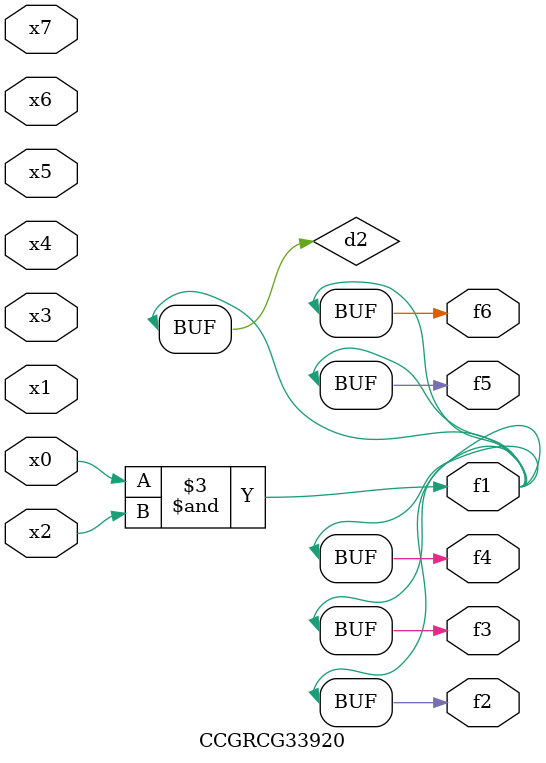
<source format=v>
module CCGRCG33920(
	input x0, x1, x2, x3, x4, x5, x6, x7,
	output f1, f2, f3, f4, f5, f6
);

	wire d1, d2;

	nor (d1, x3, x6);
	and (d2, x0, x2);
	assign f1 = d2;
	assign f2 = d2;
	assign f3 = d2;
	assign f4 = d2;
	assign f5 = d2;
	assign f6 = d2;
endmodule

</source>
